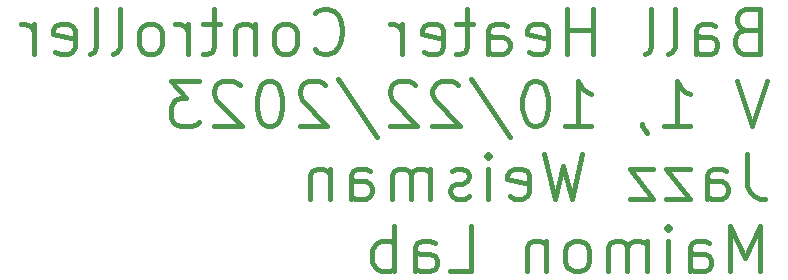
<source format=gbr>
%TF.GenerationSoftware,KiCad,Pcbnew,7.0.8*%
%TF.CreationDate,2023-10-18T14:23:47-04:00*%
%TF.ProjectId,ball_heater_controller,62616c6c-5f68-4656-9174-65725f636f6e,rev?*%
%TF.SameCoordinates,Original*%
%TF.FileFunction,Legend,Bot*%
%TF.FilePolarity,Positive*%
%FSLAX46Y46*%
G04 Gerber Fmt 4.6, Leading zero omitted, Abs format (unit mm)*
G04 Created by KiCad (PCBNEW 7.0.8) date 2023-10-18 14:23:47*
%MOMM*%
%LPD*%
G01*
G04 APERTURE LIST*
%ADD10C,0.381000*%
G04 APERTURE END LIST*
D10*
X188072200Y-56585902D02*
X187527914Y-56767330D01*
X187527914Y-56767330D02*
X187346485Y-56948759D01*
X187346485Y-56948759D02*
X187165057Y-57311616D01*
X187165057Y-57311616D02*
X187165057Y-57855902D01*
X187165057Y-57855902D02*
X187346485Y-58218759D01*
X187346485Y-58218759D02*
X187527914Y-58400188D01*
X187527914Y-58400188D02*
X187890771Y-58581616D01*
X187890771Y-58581616D02*
X189342200Y-58581616D01*
X189342200Y-58581616D02*
X189342200Y-54771616D01*
X189342200Y-54771616D02*
X188072200Y-54771616D01*
X188072200Y-54771616D02*
X187709343Y-54953045D01*
X187709343Y-54953045D02*
X187527914Y-55134473D01*
X187527914Y-55134473D02*
X187346485Y-55497330D01*
X187346485Y-55497330D02*
X187346485Y-55860188D01*
X187346485Y-55860188D02*
X187527914Y-56223045D01*
X187527914Y-56223045D02*
X187709343Y-56404473D01*
X187709343Y-56404473D02*
X188072200Y-56585902D01*
X188072200Y-56585902D02*
X189342200Y-56585902D01*
X183899343Y-58581616D02*
X183899343Y-56585902D01*
X183899343Y-56585902D02*
X184080771Y-56223045D01*
X184080771Y-56223045D02*
X184443628Y-56041616D01*
X184443628Y-56041616D02*
X185169343Y-56041616D01*
X185169343Y-56041616D02*
X185532200Y-56223045D01*
X183899343Y-58400188D02*
X184262200Y-58581616D01*
X184262200Y-58581616D02*
X185169343Y-58581616D01*
X185169343Y-58581616D02*
X185532200Y-58400188D01*
X185532200Y-58400188D02*
X185713628Y-58037330D01*
X185713628Y-58037330D02*
X185713628Y-57674473D01*
X185713628Y-57674473D02*
X185532200Y-57311616D01*
X185532200Y-57311616D02*
X185169343Y-57130188D01*
X185169343Y-57130188D02*
X184262200Y-57130188D01*
X184262200Y-57130188D02*
X183899343Y-56948759D01*
X181540771Y-58581616D02*
X181903628Y-58400188D01*
X181903628Y-58400188D02*
X182085057Y-58037330D01*
X182085057Y-58037330D02*
X182085057Y-54771616D01*
X179545057Y-58581616D02*
X179907914Y-58400188D01*
X179907914Y-58400188D02*
X180089343Y-58037330D01*
X180089343Y-58037330D02*
X180089343Y-54771616D01*
X175190772Y-58581616D02*
X175190772Y-54771616D01*
X175190772Y-56585902D02*
X173013629Y-56585902D01*
X173013629Y-58581616D02*
X173013629Y-54771616D01*
X169747914Y-58400188D02*
X170110771Y-58581616D01*
X170110771Y-58581616D02*
X170836486Y-58581616D01*
X170836486Y-58581616D02*
X171199343Y-58400188D01*
X171199343Y-58400188D02*
X171380771Y-58037330D01*
X171380771Y-58037330D02*
X171380771Y-56585902D01*
X171380771Y-56585902D02*
X171199343Y-56223045D01*
X171199343Y-56223045D02*
X170836486Y-56041616D01*
X170836486Y-56041616D02*
X170110771Y-56041616D01*
X170110771Y-56041616D02*
X169747914Y-56223045D01*
X169747914Y-56223045D02*
X169566486Y-56585902D01*
X169566486Y-56585902D02*
X169566486Y-56948759D01*
X169566486Y-56948759D02*
X171380771Y-57311616D01*
X166300772Y-58581616D02*
X166300772Y-56585902D01*
X166300772Y-56585902D02*
X166482200Y-56223045D01*
X166482200Y-56223045D02*
X166845057Y-56041616D01*
X166845057Y-56041616D02*
X167570772Y-56041616D01*
X167570772Y-56041616D02*
X167933629Y-56223045D01*
X166300772Y-58400188D02*
X166663629Y-58581616D01*
X166663629Y-58581616D02*
X167570772Y-58581616D01*
X167570772Y-58581616D02*
X167933629Y-58400188D01*
X167933629Y-58400188D02*
X168115057Y-58037330D01*
X168115057Y-58037330D02*
X168115057Y-57674473D01*
X168115057Y-57674473D02*
X167933629Y-57311616D01*
X167933629Y-57311616D02*
X167570772Y-57130188D01*
X167570772Y-57130188D02*
X166663629Y-57130188D01*
X166663629Y-57130188D02*
X166300772Y-56948759D01*
X165030771Y-56041616D02*
X163579343Y-56041616D01*
X164486486Y-54771616D02*
X164486486Y-58037330D01*
X164486486Y-58037330D02*
X164305057Y-58400188D01*
X164305057Y-58400188D02*
X163942200Y-58581616D01*
X163942200Y-58581616D02*
X163579343Y-58581616D01*
X160857914Y-58400188D02*
X161220771Y-58581616D01*
X161220771Y-58581616D02*
X161946486Y-58581616D01*
X161946486Y-58581616D02*
X162309343Y-58400188D01*
X162309343Y-58400188D02*
X162490771Y-58037330D01*
X162490771Y-58037330D02*
X162490771Y-56585902D01*
X162490771Y-56585902D02*
X162309343Y-56223045D01*
X162309343Y-56223045D02*
X161946486Y-56041616D01*
X161946486Y-56041616D02*
X161220771Y-56041616D01*
X161220771Y-56041616D02*
X160857914Y-56223045D01*
X160857914Y-56223045D02*
X160676486Y-56585902D01*
X160676486Y-56585902D02*
X160676486Y-56948759D01*
X160676486Y-56948759D02*
X162490771Y-57311616D01*
X159043629Y-58581616D02*
X159043629Y-56041616D01*
X159043629Y-56767330D02*
X158862200Y-56404473D01*
X158862200Y-56404473D02*
X158680772Y-56223045D01*
X158680772Y-56223045D02*
X158317914Y-56041616D01*
X158317914Y-56041616D02*
X157955057Y-56041616D01*
X151605058Y-58218759D02*
X151786486Y-58400188D01*
X151786486Y-58400188D02*
X152330772Y-58581616D01*
X152330772Y-58581616D02*
X152693629Y-58581616D01*
X152693629Y-58581616D02*
X153237915Y-58400188D01*
X153237915Y-58400188D02*
X153600772Y-58037330D01*
X153600772Y-58037330D02*
X153782201Y-57674473D01*
X153782201Y-57674473D02*
X153963629Y-56948759D01*
X153963629Y-56948759D02*
X153963629Y-56404473D01*
X153963629Y-56404473D02*
X153782201Y-55678759D01*
X153782201Y-55678759D02*
X153600772Y-55315902D01*
X153600772Y-55315902D02*
X153237915Y-54953045D01*
X153237915Y-54953045D02*
X152693629Y-54771616D01*
X152693629Y-54771616D02*
X152330772Y-54771616D01*
X152330772Y-54771616D02*
X151786486Y-54953045D01*
X151786486Y-54953045D02*
X151605058Y-55134473D01*
X149427915Y-58581616D02*
X149790772Y-58400188D01*
X149790772Y-58400188D02*
X149972201Y-58218759D01*
X149972201Y-58218759D02*
X150153629Y-57855902D01*
X150153629Y-57855902D02*
X150153629Y-56767330D01*
X150153629Y-56767330D02*
X149972201Y-56404473D01*
X149972201Y-56404473D02*
X149790772Y-56223045D01*
X149790772Y-56223045D02*
X149427915Y-56041616D01*
X149427915Y-56041616D02*
X148883629Y-56041616D01*
X148883629Y-56041616D02*
X148520772Y-56223045D01*
X148520772Y-56223045D02*
X148339344Y-56404473D01*
X148339344Y-56404473D02*
X148157915Y-56767330D01*
X148157915Y-56767330D02*
X148157915Y-57855902D01*
X148157915Y-57855902D02*
X148339344Y-58218759D01*
X148339344Y-58218759D02*
X148520772Y-58400188D01*
X148520772Y-58400188D02*
X148883629Y-58581616D01*
X148883629Y-58581616D02*
X149427915Y-58581616D01*
X146525058Y-56041616D02*
X146525058Y-58581616D01*
X146525058Y-56404473D02*
X146343629Y-56223045D01*
X146343629Y-56223045D02*
X145980772Y-56041616D01*
X145980772Y-56041616D02*
X145436486Y-56041616D01*
X145436486Y-56041616D02*
X145073629Y-56223045D01*
X145073629Y-56223045D02*
X144892201Y-56585902D01*
X144892201Y-56585902D02*
X144892201Y-58581616D01*
X143622200Y-56041616D02*
X142170772Y-56041616D01*
X143077915Y-54771616D02*
X143077915Y-58037330D01*
X143077915Y-58037330D02*
X142896486Y-58400188D01*
X142896486Y-58400188D02*
X142533629Y-58581616D01*
X142533629Y-58581616D02*
X142170772Y-58581616D01*
X140900772Y-58581616D02*
X140900772Y-56041616D01*
X140900772Y-56767330D02*
X140719343Y-56404473D01*
X140719343Y-56404473D02*
X140537915Y-56223045D01*
X140537915Y-56223045D02*
X140175057Y-56041616D01*
X140175057Y-56041616D02*
X139812200Y-56041616D01*
X137997915Y-58581616D02*
X138360772Y-58400188D01*
X138360772Y-58400188D02*
X138542201Y-58218759D01*
X138542201Y-58218759D02*
X138723629Y-57855902D01*
X138723629Y-57855902D02*
X138723629Y-56767330D01*
X138723629Y-56767330D02*
X138542201Y-56404473D01*
X138542201Y-56404473D02*
X138360772Y-56223045D01*
X138360772Y-56223045D02*
X137997915Y-56041616D01*
X137997915Y-56041616D02*
X137453629Y-56041616D01*
X137453629Y-56041616D02*
X137090772Y-56223045D01*
X137090772Y-56223045D02*
X136909344Y-56404473D01*
X136909344Y-56404473D02*
X136727915Y-56767330D01*
X136727915Y-56767330D02*
X136727915Y-57855902D01*
X136727915Y-57855902D02*
X136909344Y-58218759D01*
X136909344Y-58218759D02*
X137090772Y-58400188D01*
X137090772Y-58400188D02*
X137453629Y-58581616D01*
X137453629Y-58581616D02*
X137997915Y-58581616D01*
X134550772Y-58581616D02*
X134913629Y-58400188D01*
X134913629Y-58400188D02*
X135095058Y-58037330D01*
X135095058Y-58037330D02*
X135095058Y-54771616D01*
X132555058Y-58581616D02*
X132917915Y-58400188D01*
X132917915Y-58400188D02*
X133099344Y-58037330D01*
X133099344Y-58037330D02*
X133099344Y-54771616D01*
X129652201Y-58400188D02*
X130015058Y-58581616D01*
X130015058Y-58581616D02*
X130740773Y-58581616D01*
X130740773Y-58581616D02*
X131103630Y-58400188D01*
X131103630Y-58400188D02*
X131285058Y-58037330D01*
X131285058Y-58037330D02*
X131285058Y-56585902D01*
X131285058Y-56585902D02*
X131103630Y-56223045D01*
X131103630Y-56223045D02*
X130740773Y-56041616D01*
X130740773Y-56041616D02*
X130015058Y-56041616D01*
X130015058Y-56041616D02*
X129652201Y-56223045D01*
X129652201Y-56223045D02*
X129470773Y-56585902D01*
X129470773Y-56585902D02*
X129470773Y-56948759D01*
X129470773Y-56948759D02*
X131285058Y-57311616D01*
X127837916Y-58581616D02*
X127837916Y-56041616D01*
X127837916Y-56767330D02*
X127656487Y-56404473D01*
X127656487Y-56404473D02*
X127475059Y-56223045D01*
X127475059Y-56223045D02*
X127112201Y-56041616D01*
X127112201Y-56041616D02*
X126749344Y-56041616D01*
X189886485Y-60905716D02*
X188616485Y-64715716D01*
X188616485Y-64715716D02*
X187346485Y-60905716D01*
X181177914Y-64715716D02*
X183355057Y-64715716D01*
X182266486Y-64715716D02*
X182266486Y-60905716D01*
X182266486Y-60905716D02*
X182629343Y-61450002D01*
X182629343Y-61450002D02*
X182992200Y-61812859D01*
X182992200Y-61812859D02*
X183355057Y-61994288D01*
X179363629Y-64534288D02*
X179363629Y-64715716D01*
X179363629Y-64715716D02*
X179545058Y-65078573D01*
X179545058Y-65078573D02*
X179726486Y-65260002D01*
X172832200Y-64715716D02*
X175009343Y-64715716D01*
X173920772Y-64715716D02*
X173920772Y-60905716D01*
X173920772Y-60905716D02*
X174283629Y-61450002D01*
X174283629Y-61450002D02*
X174646486Y-61812859D01*
X174646486Y-61812859D02*
X175009343Y-61994288D01*
X170473629Y-60905716D02*
X170110772Y-60905716D01*
X170110772Y-60905716D02*
X169747915Y-61087145D01*
X169747915Y-61087145D02*
X169566487Y-61268573D01*
X169566487Y-61268573D02*
X169385058Y-61631430D01*
X169385058Y-61631430D02*
X169203629Y-62357145D01*
X169203629Y-62357145D02*
X169203629Y-63264288D01*
X169203629Y-63264288D02*
X169385058Y-63990002D01*
X169385058Y-63990002D02*
X169566487Y-64352859D01*
X169566487Y-64352859D02*
X169747915Y-64534288D01*
X169747915Y-64534288D02*
X170110772Y-64715716D01*
X170110772Y-64715716D02*
X170473629Y-64715716D01*
X170473629Y-64715716D02*
X170836487Y-64534288D01*
X170836487Y-64534288D02*
X171017915Y-64352859D01*
X171017915Y-64352859D02*
X171199344Y-63990002D01*
X171199344Y-63990002D02*
X171380772Y-63264288D01*
X171380772Y-63264288D02*
X171380772Y-62357145D01*
X171380772Y-62357145D02*
X171199344Y-61631430D01*
X171199344Y-61631430D02*
X171017915Y-61268573D01*
X171017915Y-61268573D02*
X170836487Y-61087145D01*
X170836487Y-61087145D02*
X170473629Y-60905716D01*
X164849344Y-60724288D02*
X168115058Y-65622859D01*
X163760772Y-61268573D02*
X163579344Y-61087145D01*
X163579344Y-61087145D02*
X163216487Y-60905716D01*
X163216487Y-60905716D02*
X162309344Y-60905716D01*
X162309344Y-60905716D02*
X161946487Y-61087145D01*
X161946487Y-61087145D02*
X161765058Y-61268573D01*
X161765058Y-61268573D02*
X161583629Y-61631430D01*
X161583629Y-61631430D02*
X161583629Y-61994288D01*
X161583629Y-61994288D02*
X161765058Y-62538573D01*
X161765058Y-62538573D02*
X163942201Y-64715716D01*
X163942201Y-64715716D02*
X161583629Y-64715716D01*
X160132201Y-61268573D02*
X159950773Y-61087145D01*
X159950773Y-61087145D02*
X159587916Y-60905716D01*
X159587916Y-60905716D02*
X158680773Y-60905716D01*
X158680773Y-60905716D02*
X158317916Y-61087145D01*
X158317916Y-61087145D02*
X158136487Y-61268573D01*
X158136487Y-61268573D02*
X157955058Y-61631430D01*
X157955058Y-61631430D02*
X157955058Y-61994288D01*
X157955058Y-61994288D02*
X158136487Y-62538573D01*
X158136487Y-62538573D02*
X160313630Y-64715716D01*
X160313630Y-64715716D02*
X157955058Y-64715716D01*
X153600773Y-60724288D02*
X156866487Y-65622859D01*
X152512201Y-61268573D02*
X152330773Y-61087145D01*
X152330773Y-61087145D02*
X151967916Y-60905716D01*
X151967916Y-60905716D02*
X151060773Y-60905716D01*
X151060773Y-60905716D02*
X150697916Y-61087145D01*
X150697916Y-61087145D02*
X150516487Y-61268573D01*
X150516487Y-61268573D02*
X150335058Y-61631430D01*
X150335058Y-61631430D02*
X150335058Y-61994288D01*
X150335058Y-61994288D02*
X150516487Y-62538573D01*
X150516487Y-62538573D02*
X152693630Y-64715716D01*
X152693630Y-64715716D02*
X150335058Y-64715716D01*
X147976487Y-60905716D02*
X147613630Y-60905716D01*
X147613630Y-60905716D02*
X147250773Y-61087145D01*
X147250773Y-61087145D02*
X147069345Y-61268573D01*
X147069345Y-61268573D02*
X146887916Y-61631430D01*
X146887916Y-61631430D02*
X146706487Y-62357145D01*
X146706487Y-62357145D02*
X146706487Y-63264288D01*
X146706487Y-63264288D02*
X146887916Y-63990002D01*
X146887916Y-63990002D02*
X147069345Y-64352859D01*
X147069345Y-64352859D02*
X147250773Y-64534288D01*
X147250773Y-64534288D02*
X147613630Y-64715716D01*
X147613630Y-64715716D02*
X147976487Y-64715716D01*
X147976487Y-64715716D02*
X148339345Y-64534288D01*
X148339345Y-64534288D02*
X148520773Y-64352859D01*
X148520773Y-64352859D02*
X148702202Y-63990002D01*
X148702202Y-63990002D02*
X148883630Y-63264288D01*
X148883630Y-63264288D02*
X148883630Y-62357145D01*
X148883630Y-62357145D02*
X148702202Y-61631430D01*
X148702202Y-61631430D02*
X148520773Y-61268573D01*
X148520773Y-61268573D02*
X148339345Y-61087145D01*
X148339345Y-61087145D02*
X147976487Y-60905716D01*
X145255059Y-61268573D02*
X145073631Y-61087145D01*
X145073631Y-61087145D02*
X144710774Y-60905716D01*
X144710774Y-60905716D02*
X143803631Y-60905716D01*
X143803631Y-60905716D02*
X143440774Y-61087145D01*
X143440774Y-61087145D02*
X143259345Y-61268573D01*
X143259345Y-61268573D02*
X143077916Y-61631430D01*
X143077916Y-61631430D02*
X143077916Y-61994288D01*
X143077916Y-61994288D02*
X143259345Y-62538573D01*
X143259345Y-62538573D02*
X145436488Y-64715716D01*
X145436488Y-64715716D02*
X143077916Y-64715716D01*
X141807917Y-60905716D02*
X139449345Y-60905716D01*
X139449345Y-60905716D02*
X140719345Y-62357145D01*
X140719345Y-62357145D02*
X140175060Y-62357145D01*
X140175060Y-62357145D02*
X139812203Y-62538573D01*
X139812203Y-62538573D02*
X139630774Y-62720002D01*
X139630774Y-62720002D02*
X139449345Y-63082859D01*
X139449345Y-63082859D02*
X139449345Y-63990002D01*
X139449345Y-63990002D02*
X139630774Y-64352859D01*
X139630774Y-64352859D02*
X139812203Y-64534288D01*
X139812203Y-64534288D02*
X140175060Y-64715716D01*
X140175060Y-64715716D02*
X141263631Y-64715716D01*
X141263631Y-64715716D02*
X141626488Y-64534288D01*
X141626488Y-64534288D02*
X141807917Y-64352859D01*
X188253628Y-67039816D02*
X188253628Y-69761245D01*
X188253628Y-69761245D02*
X188435057Y-70305530D01*
X188435057Y-70305530D02*
X188797914Y-70668388D01*
X188797914Y-70668388D02*
X189342200Y-70849816D01*
X189342200Y-70849816D02*
X189705057Y-70849816D01*
X184806486Y-70849816D02*
X184806486Y-68854102D01*
X184806486Y-68854102D02*
X184987914Y-68491245D01*
X184987914Y-68491245D02*
X185350771Y-68309816D01*
X185350771Y-68309816D02*
X186076486Y-68309816D01*
X186076486Y-68309816D02*
X186439343Y-68491245D01*
X184806486Y-70668388D02*
X185169343Y-70849816D01*
X185169343Y-70849816D02*
X186076486Y-70849816D01*
X186076486Y-70849816D02*
X186439343Y-70668388D01*
X186439343Y-70668388D02*
X186620771Y-70305530D01*
X186620771Y-70305530D02*
X186620771Y-69942673D01*
X186620771Y-69942673D02*
X186439343Y-69579816D01*
X186439343Y-69579816D02*
X186076486Y-69398388D01*
X186076486Y-69398388D02*
X185169343Y-69398388D01*
X185169343Y-69398388D02*
X184806486Y-69216959D01*
X183355057Y-68309816D02*
X181359343Y-68309816D01*
X181359343Y-68309816D02*
X183355057Y-70849816D01*
X183355057Y-70849816D02*
X181359343Y-70849816D01*
X180270771Y-68309816D02*
X178275057Y-68309816D01*
X178275057Y-68309816D02*
X180270771Y-70849816D01*
X180270771Y-70849816D02*
X178275057Y-70849816D01*
X174283628Y-67039816D02*
X173376485Y-70849816D01*
X173376485Y-70849816D02*
X172650771Y-68128388D01*
X172650771Y-68128388D02*
X171925056Y-70849816D01*
X171925056Y-70849816D02*
X171017914Y-67039816D01*
X168115056Y-70668388D02*
X168477913Y-70849816D01*
X168477913Y-70849816D02*
X169203628Y-70849816D01*
X169203628Y-70849816D02*
X169566485Y-70668388D01*
X169566485Y-70668388D02*
X169747913Y-70305530D01*
X169747913Y-70305530D02*
X169747913Y-68854102D01*
X169747913Y-68854102D02*
X169566485Y-68491245D01*
X169566485Y-68491245D02*
X169203628Y-68309816D01*
X169203628Y-68309816D02*
X168477913Y-68309816D01*
X168477913Y-68309816D02*
X168115056Y-68491245D01*
X168115056Y-68491245D02*
X167933628Y-68854102D01*
X167933628Y-68854102D02*
X167933628Y-69216959D01*
X167933628Y-69216959D02*
X169747913Y-69579816D01*
X166300771Y-70849816D02*
X166300771Y-68309816D01*
X166300771Y-67039816D02*
X166482199Y-67221245D01*
X166482199Y-67221245D02*
X166300771Y-67402673D01*
X166300771Y-67402673D02*
X166119342Y-67221245D01*
X166119342Y-67221245D02*
X166300771Y-67039816D01*
X166300771Y-67039816D02*
X166300771Y-67402673D01*
X164667913Y-70668388D02*
X164305056Y-70849816D01*
X164305056Y-70849816D02*
X163579342Y-70849816D01*
X163579342Y-70849816D02*
X163216485Y-70668388D01*
X163216485Y-70668388D02*
X163035056Y-70305530D01*
X163035056Y-70305530D02*
X163035056Y-70124102D01*
X163035056Y-70124102D02*
X163216485Y-69761245D01*
X163216485Y-69761245D02*
X163579342Y-69579816D01*
X163579342Y-69579816D02*
X164123628Y-69579816D01*
X164123628Y-69579816D02*
X164486485Y-69398388D01*
X164486485Y-69398388D02*
X164667913Y-69035530D01*
X164667913Y-69035530D02*
X164667913Y-68854102D01*
X164667913Y-68854102D02*
X164486485Y-68491245D01*
X164486485Y-68491245D02*
X164123628Y-68309816D01*
X164123628Y-68309816D02*
X163579342Y-68309816D01*
X163579342Y-68309816D02*
X163216485Y-68491245D01*
X161402199Y-70849816D02*
X161402199Y-68309816D01*
X161402199Y-68672673D02*
X161220770Y-68491245D01*
X161220770Y-68491245D02*
X160857913Y-68309816D01*
X160857913Y-68309816D02*
X160313627Y-68309816D01*
X160313627Y-68309816D02*
X159950770Y-68491245D01*
X159950770Y-68491245D02*
X159769342Y-68854102D01*
X159769342Y-68854102D02*
X159769342Y-70849816D01*
X159769342Y-68854102D02*
X159587913Y-68491245D01*
X159587913Y-68491245D02*
X159225056Y-68309816D01*
X159225056Y-68309816D02*
X158680770Y-68309816D01*
X158680770Y-68309816D02*
X158317913Y-68491245D01*
X158317913Y-68491245D02*
X158136484Y-68854102D01*
X158136484Y-68854102D02*
X158136484Y-70849816D01*
X154689342Y-70849816D02*
X154689342Y-68854102D01*
X154689342Y-68854102D02*
X154870770Y-68491245D01*
X154870770Y-68491245D02*
X155233627Y-68309816D01*
X155233627Y-68309816D02*
X155959342Y-68309816D01*
X155959342Y-68309816D02*
X156322199Y-68491245D01*
X154689342Y-70668388D02*
X155052199Y-70849816D01*
X155052199Y-70849816D02*
X155959342Y-70849816D01*
X155959342Y-70849816D02*
X156322199Y-70668388D01*
X156322199Y-70668388D02*
X156503627Y-70305530D01*
X156503627Y-70305530D02*
X156503627Y-69942673D01*
X156503627Y-69942673D02*
X156322199Y-69579816D01*
X156322199Y-69579816D02*
X155959342Y-69398388D01*
X155959342Y-69398388D02*
X155052199Y-69398388D01*
X155052199Y-69398388D02*
X154689342Y-69216959D01*
X152875056Y-68309816D02*
X152875056Y-70849816D01*
X152875056Y-68672673D02*
X152693627Y-68491245D01*
X152693627Y-68491245D02*
X152330770Y-68309816D01*
X152330770Y-68309816D02*
X151786484Y-68309816D01*
X151786484Y-68309816D02*
X151423627Y-68491245D01*
X151423627Y-68491245D02*
X151242199Y-68854102D01*
X151242199Y-68854102D02*
X151242199Y-70849816D01*
X189342200Y-76983916D02*
X189342200Y-73173916D01*
X189342200Y-73173916D02*
X188072200Y-75895345D01*
X188072200Y-75895345D02*
X186802200Y-73173916D01*
X186802200Y-73173916D02*
X186802200Y-76983916D01*
X183355057Y-76983916D02*
X183355057Y-74988202D01*
X183355057Y-74988202D02*
X183536485Y-74625345D01*
X183536485Y-74625345D02*
X183899342Y-74443916D01*
X183899342Y-74443916D02*
X184625057Y-74443916D01*
X184625057Y-74443916D02*
X184987914Y-74625345D01*
X183355057Y-76802488D02*
X183717914Y-76983916D01*
X183717914Y-76983916D02*
X184625057Y-76983916D01*
X184625057Y-76983916D02*
X184987914Y-76802488D01*
X184987914Y-76802488D02*
X185169342Y-76439630D01*
X185169342Y-76439630D02*
X185169342Y-76076773D01*
X185169342Y-76076773D02*
X184987914Y-75713916D01*
X184987914Y-75713916D02*
X184625057Y-75532488D01*
X184625057Y-75532488D02*
X183717914Y-75532488D01*
X183717914Y-75532488D02*
X183355057Y-75351059D01*
X181540771Y-76983916D02*
X181540771Y-74443916D01*
X181540771Y-73173916D02*
X181722199Y-73355345D01*
X181722199Y-73355345D02*
X181540771Y-73536773D01*
X181540771Y-73536773D02*
X181359342Y-73355345D01*
X181359342Y-73355345D02*
X181540771Y-73173916D01*
X181540771Y-73173916D02*
X181540771Y-73536773D01*
X179726485Y-76983916D02*
X179726485Y-74443916D01*
X179726485Y-74806773D02*
X179545056Y-74625345D01*
X179545056Y-74625345D02*
X179182199Y-74443916D01*
X179182199Y-74443916D02*
X178637913Y-74443916D01*
X178637913Y-74443916D02*
X178275056Y-74625345D01*
X178275056Y-74625345D02*
X178093628Y-74988202D01*
X178093628Y-74988202D02*
X178093628Y-76983916D01*
X178093628Y-74988202D02*
X177912199Y-74625345D01*
X177912199Y-74625345D02*
X177549342Y-74443916D01*
X177549342Y-74443916D02*
X177005056Y-74443916D01*
X177005056Y-74443916D02*
X176642199Y-74625345D01*
X176642199Y-74625345D02*
X176460770Y-74988202D01*
X176460770Y-74988202D02*
X176460770Y-76983916D01*
X174102199Y-76983916D02*
X174465056Y-76802488D01*
X174465056Y-76802488D02*
X174646485Y-76621059D01*
X174646485Y-76621059D02*
X174827913Y-76258202D01*
X174827913Y-76258202D02*
X174827913Y-75169630D01*
X174827913Y-75169630D02*
X174646485Y-74806773D01*
X174646485Y-74806773D02*
X174465056Y-74625345D01*
X174465056Y-74625345D02*
X174102199Y-74443916D01*
X174102199Y-74443916D02*
X173557913Y-74443916D01*
X173557913Y-74443916D02*
X173195056Y-74625345D01*
X173195056Y-74625345D02*
X173013628Y-74806773D01*
X173013628Y-74806773D02*
X172832199Y-75169630D01*
X172832199Y-75169630D02*
X172832199Y-76258202D01*
X172832199Y-76258202D02*
X173013628Y-76621059D01*
X173013628Y-76621059D02*
X173195056Y-76802488D01*
X173195056Y-76802488D02*
X173557913Y-76983916D01*
X173557913Y-76983916D02*
X174102199Y-76983916D01*
X171199342Y-74443916D02*
X171199342Y-76983916D01*
X171199342Y-74806773D02*
X171017913Y-74625345D01*
X171017913Y-74625345D02*
X170655056Y-74443916D01*
X170655056Y-74443916D02*
X170110770Y-74443916D01*
X170110770Y-74443916D02*
X169747913Y-74625345D01*
X169747913Y-74625345D02*
X169566485Y-74988202D01*
X169566485Y-74988202D02*
X169566485Y-76983916D01*
X163035056Y-76983916D02*
X164849342Y-76983916D01*
X164849342Y-76983916D02*
X164849342Y-73173916D01*
X160132199Y-76983916D02*
X160132199Y-74988202D01*
X160132199Y-74988202D02*
X160313627Y-74625345D01*
X160313627Y-74625345D02*
X160676484Y-74443916D01*
X160676484Y-74443916D02*
X161402199Y-74443916D01*
X161402199Y-74443916D02*
X161765056Y-74625345D01*
X160132199Y-76802488D02*
X160495056Y-76983916D01*
X160495056Y-76983916D02*
X161402199Y-76983916D01*
X161402199Y-76983916D02*
X161765056Y-76802488D01*
X161765056Y-76802488D02*
X161946484Y-76439630D01*
X161946484Y-76439630D02*
X161946484Y-76076773D01*
X161946484Y-76076773D02*
X161765056Y-75713916D01*
X161765056Y-75713916D02*
X161402199Y-75532488D01*
X161402199Y-75532488D02*
X160495056Y-75532488D01*
X160495056Y-75532488D02*
X160132199Y-75351059D01*
X158317913Y-76983916D02*
X158317913Y-73173916D01*
X158317913Y-74625345D02*
X157955056Y-74443916D01*
X157955056Y-74443916D02*
X157229341Y-74443916D01*
X157229341Y-74443916D02*
X156866484Y-74625345D01*
X156866484Y-74625345D02*
X156685056Y-74806773D01*
X156685056Y-74806773D02*
X156503627Y-75169630D01*
X156503627Y-75169630D02*
X156503627Y-76258202D01*
X156503627Y-76258202D02*
X156685056Y-76621059D01*
X156685056Y-76621059D02*
X156866484Y-76802488D01*
X156866484Y-76802488D02*
X157229341Y-76983916D01*
X157229341Y-76983916D02*
X157955056Y-76983916D01*
X157955056Y-76983916D02*
X158317913Y-76802488D01*
M02*

</source>
